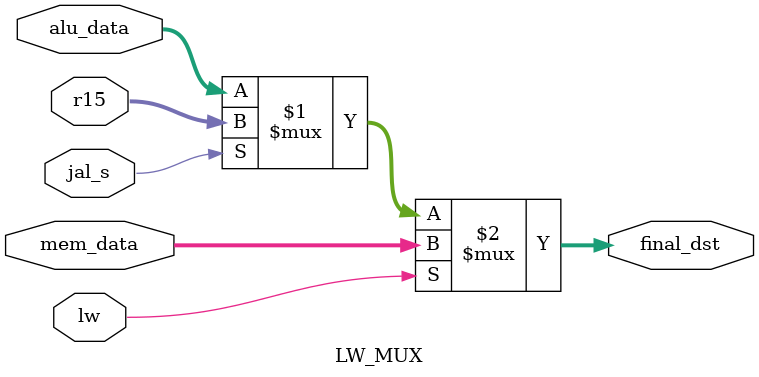
<source format=v>
module LW_MUX(mem_data, alu_data, lw, final_dst, r15, jal_s);

input [15:0] mem_data, alu_data,r15;  //input from memory, ALU and R15
input lw, jal_s;	              //select signal for jal and lw instruction.
		  	
output [15:0] final_dst; 


assign final_dst = (lw)? mem_data :	//set dst as data out from memory if it's lw instruction
		   (jal_s)? r15 : 	//set dst as link register if it's jal_s instruction
			alu_data;	//else dst reads from alu result

endmodule

</source>
